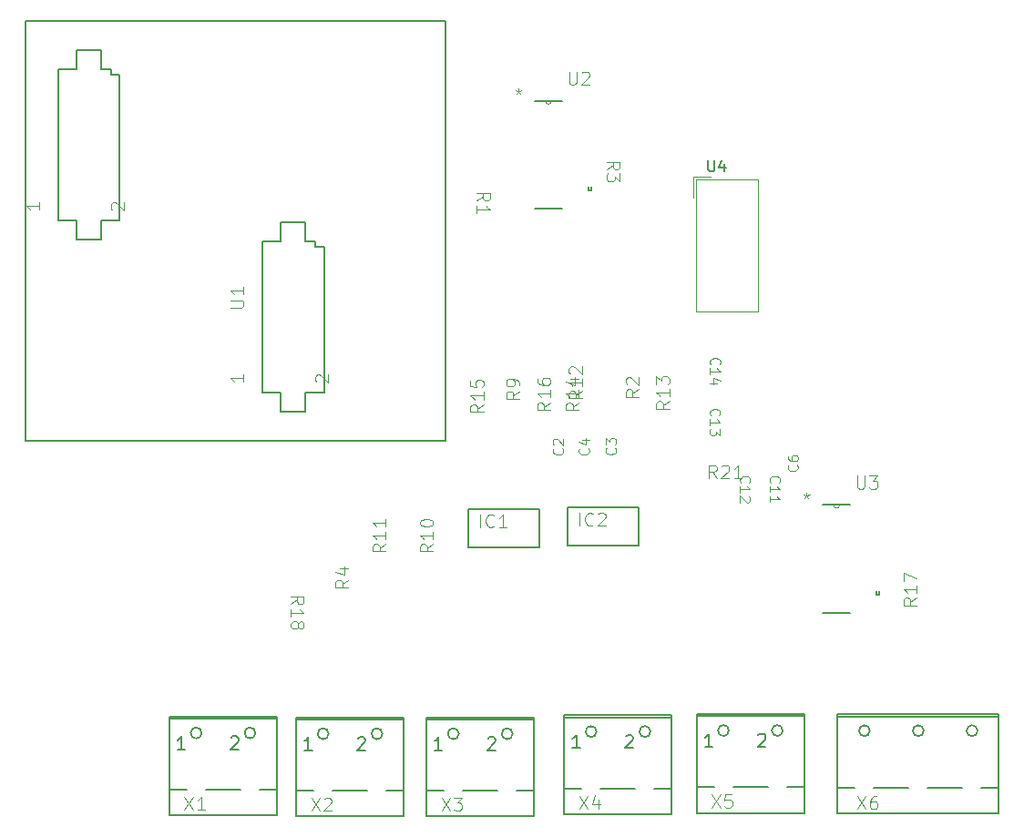
<source format=gbr>
%TF.GenerationSoftware,KiCad,Pcbnew,(5.1.10)-1*%
%TF.CreationDate,2021-08-27T14:28:01+05:30*%
%TF.ProjectId,CZTBoardV3,435a5442-6f61-4726-9456-332e6b696361,rev?*%
%TF.SameCoordinates,Original*%
%TF.FileFunction,Legend,Top*%
%TF.FilePolarity,Positive*%
%FSLAX46Y46*%
G04 Gerber Fmt 4.6, Leading zero omitted, Abs format (unit mm)*
G04 Created by KiCad (PCBNEW (5.1.10)-1) date 2021-08-27 14:28:01*
%MOMM*%
%LPD*%
G01*
G04 APERTURE LIST*
%ADD10C,0.152400*%
%ADD11C,0.120000*%
%ADD12C,0.127000*%
%ADD13C,0.203200*%
%ADD14C,0.120650*%
%ADD15C,0.150000*%
%ADD16C,0.076200*%
%ADD17C,0.096520*%
%ADD18C,0.101600*%
%ADD19C,0.077216*%
G04 APERTURE END LIST*
D10*
%TO.C,X6*%
X199601800Y-139760200D02*
G75*
G03*
X199601800Y-139760200I-508000J0D01*
G01*
X204605600Y-139760200D02*
G75*
G03*
X204605600Y-139760200I-508000J0D01*
G01*
X194598000Y-139760200D02*
G75*
G03*
X194598000Y-139760200I-508000J0D01*
G01*
X191601000Y-138439000D02*
X191601000Y-138236000D01*
X206587000Y-138439000D02*
X206587000Y-145043000D01*
X206587000Y-138439000D02*
X191601000Y-138439000D01*
X206587000Y-145043000D02*
X206587000Y-147431000D01*
X191601000Y-145043000D02*
X191601000Y-138439000D01*
X204987000Y-145043000D02*
X206587000Y-145043000D01*
X199983000Y-145043000D02*
X203209000Y-145043000D01*
X194979000Y-145043000D02*
X198205000Y-145043000D01*
X191601000Y-145043000D02*
X193201000Y-145043000D01*
X191601000Y-147431000D02*
X191601000Y-145043000D01*
X206587000Y-138236000D02*
X191601000Y-138236000D01*
X206587000Y-138236000D02*
X206587000Y-138439000D01*
X191601000Y-147431000D02*
X206587000Y-147431000D01*
%TO.C,X5*%
X186501800Y-139740200D02*
G75*
G03*
X186501800Y-139740200I-508000J0D01*
G01*
X181498000Y-139740200D02*
G75*
G03*
X181498000Y-139740200I-508000J0D01*
G01*
X188483000Y-138419000D02*
X188483000Y-145023000D01*
X178501000Y-138419000D02*
X178501000Y-138216000D01*
X178501000Y-138419000D02*
X188483000Y-138419000D01*
X188483000Y-145023000D02*
X188483000Y-147411000D01*
X178501000Y-145023000D02*
X178501000Y-138419000D01*
X186883000Y-145023000D02*
X188483000Y-145023000D01*
X181879000Y-145023000D02*
X185105000Y-145023000D01*
X178501000Y-145023000D02*
X180101000Y-145023000D01*
X178501000Y-147411000D02*
X178501000Y-145023000D01*
X188483000Y-138216000D02*
X178501000Y-138216000D01*
X188483000Y-138216000D02*
X188483000Y-138419000D01*
X178501000Y-147411000D02*
X188483000Y-147411000D01*
%TO.C,X4*%
X174201800Y-139840200D02*
G75*
G03*
X174201800Y-139840200I-508000J0D01*
G01*
X169198000Y-139840200D02*
G75*
G03*
X169198000Y-139840200I-508000J0D01*
G01*
X176183000Y-138519000D02*
X176183000Y-145123000D01*
X166201000Y-138519000D02*
X166201000Y-138316000D01*
X166201000Y-138519000D02*
X176183000Y-138519000D01*
X176183000Y-145123000D02*
X176183000Y-147511000D01*
X166201000Y-145123000D02*
X166201000Y-138519000D01*
X174583000Y-145123000D02*
X176183000Y-145123000D01*
X169579000Y-145123000D02*
X172805000Y-145123000D01*
X166201000Y-145123000D02*
X167801000Y-145123000D01*
X166201000Y-147511000D02*
X166201000Y-145123000D01*
X176183000Y-138316000D02*
X166201000Y-138316000D01*
X176183000Y-138316000D02*
X176183000Y-138519000D01*
X166201000Y-147511000D02*
X176183000Y-147511000D01*
%TO.C,X3*%
X161401800Y-140040200D02*
G75*
G03*
X161401800Y-140040200I-508000J0D01*
G01*
X156398000Y-140040200D02*
G75*
G03*
X156398000Y-140040200I-508000J0D01*
G01*
X163383000Y-138719000D02*
X163383000Y-145323000D01*
X153401000Y-138719000D02*
X153401000Y-138516000D01*
X153401000Y-138719000D02*
X163383000Y-138719000D01*
X163383000Y-145323000D02*
X163383000Y-147711000D01*
X153401000Y-145323000D02*
X153401000Y-138719000D01*
X161783000Y-145323000D02*
X163383000Y-145323000D01*
X156779000Y-145323000D02*
X160005000Y-145323000D01*
X153401000Y-145323000D02*
X155001000Y-145323000D01*
X153401000Y-147711000D02*
X153401000Y-145323000D01*
X163383000Y-138516000D02*
X153401000Y-138516000D01*
X163383000Y-138516000D02*
X163383000Y-138719000D01*
X153401000Y-147711000D02*
X163383000Y-147711000D01*
%TO.C,X2*%
X149301800Y-140040200D02*
G75*
G03*
X149301800Y-140040200I-508000J0D01*
G01*
X144298000Y-140040200D02*
G75*
G03*
X144298000Y-140040200I-508000J0D01*
G01*
X151283000Y-138719000D02*
X151283000Y-145323000D01*
X141301000Y-138719000D02*
X141301000Y-138516000D01*
X141301000Y-138719000D02*
X151283000Y-138719000D01*
X151283000Y-145323000D02*
X151283000Y-147711000D01*
X141301000Y-145323000D02*
X141301000Y-138719000D01*
X149683000Y-145323000D02*
X151283000Y-145323000D01*
X144679000Y-145323000D02*
X147905000Y-145323000D01*
X141301000Y-145323000D02*
X142901000Y-145323000D01*
X141301000Y-147711000D02*
X141301000Y-145323000D01*
X151283000Y-138516000D02*
X141301000Y-138516000D01*
X151283000Y-138516000D02*
X151283000Y-138719000D01*
X141301000Y-147711000D02*
X151283000Y-147711000D01*
%TO.C,X1*%
X137501800Y-139970200D02*
G75*
G03*
X137501800Y-139970200I-508000J0D01*
G01*
X132498000Y-139970200D02*
G75*
G03*
X132498000Y-139970200I-508000J0D01*
G01*
X139483000Y-138649000D02*
X139483000Y-145253000D01*
X129501000Y-138649000D02*
X129501000Y-138446000D01*
X129501000Y-138649000D02*
X139483000Y-138649000D01*
X139483000Y-145253000D02*
X139483000Y-147641000D01*
X129501000Y-145253000D02*
X129501000Y-138649000D01*
X137883000Y-145253000D02*
X139483000Y-145253000D01*
X132879000Y-145253000D02*
X136105000Y-145253000D01*
X129501000Y-145253000D02*
X131101000Y-145253000D01*
X129501000Y-147641000D02*
X129501000Y-145253000D01*
X139483000Y-138446000D02*
X129501000Y-138446000D01*
X139483000Y-138446000D02*
X139483000Y-138649000D01*
X129501000Y-147641000D02*
X139483000Y-147641000D01*
D11*
%TO.C,U4*%
X178190000Y-88220000D02*
X179800000Y-88220000D01*
X178190000Y-88220000D02*
X178190000Y-90220000D01*
X178470000Y-100760000D02*
X178470000Y-88510000D01*
X184230000Y-100760000D02*
X178470000Y-100760000D01*
X184230000Y-88500000D02*
X184230000Y-100760000D01*
X178480000Y-88500000D02*
X184220000Y-88500000D01*
D10*
%TO.C,U3*%
X195208400Y-127122800D02*
X195208400Y-126767200D01*
X195462400Y-127122800D02*
X195208400Y-127122800D01*
X195462400Y-126767200D02*
X195462400Y-127122800D01*
X191195200Y-118766200D02*
X190204600Y-118766200D01*
X191804800Y-118766200D02*
X191195200Y-118766200D01*
X192795400Y-118766200D02*
X191804800Y-118766200D01*
X190204600Y-128773800D02*
X192795400Y-128773800D01*
D11*
X191195200Y-118766200D02*
G75*
G03*
X191804800Y-118766200I304800J0D01*
G01*
D10*
%TO.C,U2*%
X168428400Y-89562800D02*
X168428400Y-89207200D01*
X168682400Y-89562800D02*
X168428400Y-89562800D01*
X168682400Y-89207200D02*
X168682400Y-89562800D01*
X164415200Y-81206200D02*
X163424600Y-81206200D01*
X165024800Y-81206200D02*
X164415200Y-81206200D01*
X166015400Y-81206200D02*
X165024800Y-81206200D01*
X163424600Y-91213800D02*
X166015400Y-91213800D01*
D11*
X164415200Y-81206200D02*
G75*
G03*
X165024800Y-81206200I304800J0D01*
G01*
D12*
%TO.C,U1*%
X155150000Y-73750000D02*
X116090000Y-73750000D01*
X155150000Y-112810000D02*
X155150000Y-73750000D01*
X116090000Y-112810000D02*
X155150000Y-112810000D01*
X116090000Y-73750000D02*
X116090000Y-112810000D01*
X120883400Y-76450500D02*
X123169400Y-76450500D01*
X120883400Y-78228500D02*
X120883400Y-76450500D01*
X119168900Y-78228500D02*
X120883400Y-78228500D01*
X119168900Y-92325500D02*
X119168900Y-78228500D01*
X120883400Y-92325500D02*
X119168900Y-92325500D01*
X120883400Y-94103500D02*
X120883400Y-92325500D01*
X123169400Y-94103500D02*
X120883400Y-94103500D01*
X123169400Y-92325500D02*
X123169400Y-94103500D01*
X124883900Y-92325500D02*
X123169400Y-92325500D01*
X124883900Y-78736500D02*
X124883900Y-92325500D01*
X124058400Y-78736500D02*
X124883900Y-78736500D01*
X124058400Y-78228500D02*
X124058400Y-78736500D01*
X123169400Y-78228500D02*
X124058400Y-78228500D01*
X123169400Y-76450500D02*
X123169400Y-78228500D01*
X139877000Y-92453500D02*
X142163000Y-92453500D01*
X139877000Y-94231500D02*
X139877000Y-92453500D01*
X138162500Y-94231500D02*
X139877000Y-94231500D01*
X138162500Y-108328500D02*
X138162500Y-94231500D01*
X139877000Y-108328500D02*
X138162500Y-108328500D01*
X139877000Y-110106500D02*
X139877000Y-108328500D01*
X142163000Y-110106500D02*
X139877000Y-110106500D01*
X142163000Y-108328500D02*
X142163000Y-110106500D01*
X143877500Y-108328500D02*
X142163000Y-108328500D01*
X143877500Y-94739500D02*
X143877500Y-108328500D01*
X143052000Y-94739500D02*
X143877500Y-94739500D01*
X143052000Y-94231500D02*
X143052000Y-94739500D01*
X142163000Y-94231500D02*
X143052000Y-94231500D01*
X142163000Y-92453500D02*
X142163000Y-94231500D01*
D13*
%TO.C,IC2*%
X166533000Y-119032000D02*
X173087000Y-119032000D01*
X166533000Y-122588000D02*
X166533000Y-119032000D01*
X173087000Y-122588000D02*
X166533000Y-122588000D01*
X173087000Y-119032000D02*
X173087000Y-122588000D01*
%TO.C,IC1*%
X157313000Y-119172000D02*
X163867000Y-119172000D01*
X157313000Y-122728000D02*
X157313000Y-119172000D01*
X163867000Y-122728000D02*
X157313000Y-122728000D01*
X163867000Y-119172000D02*
X163867000Y-122728000D01*
%TO.C,X6*%
D14*
X193397179Y-145848247D02*
X194201512Y-147054747D01*
X194201512Y-145848247D02*
X193397179Y-147054747D01*
X195178203Y-145848247D02*
X194948393Y-145848247D01*
X194833489Y-145905700D01*
X194776036Y-145963152D01*
X194661132Y-146135509D01*
X194603679Y-146365319D01*
X194603679Y-146824938D01*
X194661132Y-146939842D01*
X194718584Y-146997295D01*
X194833489Y-147054747D01*
X195063298Y-147054747D01*
X195178203Y-146997295D01*
X195235655Y-146939842D01*
X195293108Y-146824938D01*
X195293108Y-146537676D01*
X195235655Y-146422771D01*
X195178203Y-146365319D01*
X195063298Y-146307866D01*
X194833489Y-146307866D01*
X194718584Y-146365319D01*
X194661132Y-146422771D01*
X194603679Y-146537676D01*
%TO.C,X5*%
X179894579Y-145689847D02*
X180698912Y-146896347D01*
X180698912Y-145689847D02*
X179894579Y-146896347D01*
X181733055Y-145689847D02*
X181158532Y-145689847D01*
X181101079Y-146264371D01*
X181158532Y-146206919D01*
X181273436Y-146149466D01*
X181560698Y-146149466D01*
X181675603Y-146206919D01*
X181733055Y-146264371D01*
X181790508Y-146379276D01*
X181790508Y-146666538D01*
X181733055Y-146781442D01*
X181675603Y-146838895D01*
X181560698Y-146896347D01*
X181273436Y-146896347D01*
X181158532Y-146838895D01*
X181101079Y-146781442D01*
D12*
X184223359Y-140165952D02*
X184280811Y-140108500D01*
X184395716Y-140051047D01*
X184682978Y-140051047D01*
X184797883Y-140108500D01*
X184855335Y-140165952D01*
X184912788Y-140280857D01*
X184912788Y-140395761D01*
X184855335Y-140568119D01*
X184165907Y-141257547D01*
X184912788Y-141257547D01*
X179959788Y-141257547D02*
X179270359Y-141257547D01*
X179615073Y-141257547D02*
X179615073Y-140051047D01*
X179500169Y-140223404D01*
X179385264Y-140338309D01*
X179270359Y-140395761D01*
%TO.C,X4*%
D14*
X167594579Y-145789847D02*
X168398912Y-146996347D01*
X168398912Y-145789847D02*
X167594579Y-146996347D01*
X169375603Y-146192014D02*
X169375603Y-146996347D01*
X169088341Y-145732395D02*
X168801079Y-146594180D01*
X169547960Y-146594180D01*
D12*
X171923359Y-140265952D02*
X171980811Y-140208500D01*
X172095716Y-140151047D01*
X172382978Y-140151047D01*
X172497883Y-140208500D01*
X172555335Y-140265952D01*
X172612788Y-140380857D01*
X172612788Y-140495761D01*
X172555335Y-140668119D01*
X171865907Y-141357547D01*
X172612788Y-141357547D01*
X167659788Y-141357547D02*
X166970359Y-141357547D01*
X167315073Y-141357547D02*
X167315073Y-140151047D01*
X167200169Y-140323404D01*
X167085264Y-140438309D01*
X166970359Y-140495761D01*
%TO.C,X3*%
D14*
X154794579Y-145989847D02*
X155598912Y-147196347D01*
X155598912Y-145989847D02*
X154794579Y-147196347D01*
X155943627Y-145989847D02*
X156690508Y-145989847D01*
X156288341Y-146449466D01*
X156460698Y-146449466D01*
X156575603Y-146506919D01*
X156633055Y-146564371D01*
X156690508Y-146679276D01*
X156690508Y-146966538D01*
X156633055Y-147081442D01*
X156575603Y-147138895D01*
X156460698Y-147196347D01*
X156115984Y-147196347D01*
X156001079Y-147138895D01*
X155943627Y-147081442D01*
D12*
X159123359Y-140465952D02*
X159180811Y-140408500D01*
X159295716Y-140351047D01*
X159582978Y-140351047D01*
X159697883Y-140408500D01*
X159755335Y-140465952D01*
X159812788Y-140580857D01*
X159812788Y-140695761D01*
X159755335Y-140868119D01*
X159065907Y-141557547D01*
X159812788Y-141557547D01*
X154859788Y-141557547D02*
X154170359Y-141557547D01*
X154515073Y-141557547D02*
X154515073Y-140351047D01*
X154400169Y-140523404D01*
X154285264Y-140638309D01*
X154170359Y-140695761D01*
%TO.C,X2*%
D14*
X142694579Y-145989847D02*
X143498912Y-147196347D01*
X143498912Y-145989847D02*
X142694579Y-147196347D01*
X143901079Y-146104752D02*
X143958532Y-146047300D01*
X144073436Y-145989847D01*
X144360698Y-145989847D01*
X144475603Y-146047300D01*
X144533055Y-146104752D01*
X144590508Y-146219657D01*
X144590508Y-146334561D01*
X144533055Y-146506919D01*
X143843627Y-147196347D01*
X144590508Y-147196347D01*
D12*
X147023359Y-140465952D02*
X147080811Y-140408500D01*
X147195716Y-140351047D01*
X147482978Y-140351047D01*
X147597883Y-140408500D01*
X147655335Y-140465952D01*
X147712788Y-140580857D01*
X147712788Y-140695761D01*
X147655335Y-140868119D01*
X146965907Y-141557547D01*
X147712788Y-141557547D01*
X142759788Y-141557547D02*
X142070359Y-141557547D01*
X142415073Y-141557547D02*
X142415073Y-140351047D01*
X142300169Y-140523404D01*
X142185264Y-140638309D01*
X142070359Y-140695761D01*
%TO.C,X1*%
D14*
X130894579Y-145919847D02*
X131698912Y-147126347D01*
X131698912Y-145919847D02*
X130894579Y-147126347D01*
X132790508Y-147126347D02*
X132101079Y-147126347D01*
X132445793Y-147126347D02*
X132445793Y-145919847D01*
X132330889Y-146092204D01*
X132215984Y-146207109D01*
X132101079Y-146264561D01*
D12*
X135223359Y-140395952D02*
X135280811Y-140338500D01*
X135395716Y-140281047D01*
X135682978Y-140281047D01*
X135797883Y-140338500D01*
X135855335Y-140395952D01*
X135912788Y-140510857D01*
X135912788Y-140625761D01*
X135855335Y-140798119D01*
X135165907Y-141487547D01*
X135912788Y-141487547D01*
X130959788Y-141487547D02*
X130270359Y-141487547D01*
X130615073Y-141487547D02*
X130615073Y-140281047D01*
X130500169Y-140453404D01*
X130385264Y-140568309D01*
X130270359Y-140625761D01*
%TO.C,U4*%
D15*
X179588095Y-86772380D02*
X179588095Y-87581904D01*
X179635714Y-87677142D01*
X179683333Y-87724761D01*
X179778571Y-87772380D01*
X179969047Y-87772380D01*
X180064285Y-87724761D01*
X180111904Y-87677142D01*
X180159523Y-87581904D01*
X180159523Y-86772380D01*
X181064285Y-87105714D02*
X181064285Y-87772380D01*
X180826190Y-86724761D02*
X180588095Y-87439047D01*
X181207142Y-87439047D01*
%TO.C,U3*%
D14*
X193415084Y-116054447D02*
X193415084Y-117031138D01*
X193472536Y-117146042D01*
X193529989Y-117203495D01*
X193644893Y-117260947D01*
X193874703Y-117260947D01*
X193989608Y-117203495D01*
X194047060Y-117146042D01*
X194104512Y-117031138D01*
X194104512Y-116054447D01*
X194564132Y-116054447D02*
X195311012Y-116054447D01*
X194908846Y-116514066D01*
X195081203Y-116514066D01*
X195196108Y-116571519D01*
X195253560Y-116628971D01*
X195311012Y-116743876D01*
X195311012Y-117031138D01*
X195253560Y-117146042D01*
X195196108Y-117203495D01*
X195081203Y-117260947D01*
X194736489Y-117260947D01*
X194621584Y-117203495D01*
X194564132Y-117146042D01*
D16*
X188707149Y-117629247D02*
X188707149Y-117916509D01*
X188419887Y-117801604D02*
X188707149Y-117916509D01*
X188994410Y-117801604D01*
X188534791Y-118146319D02*
X188707149Y-117916509D01*
X188879506Y-118146319D01*
%TO.C,U2*%
D14*
X166635084Y-78494447D02*
X166635084Y-79471138D01*
X166692536Y-79586042D01*
X166749989Y-79643495D01*
X166864893Y-79700947D01*
X167094703Y-79700947D01*
X167209608Y-79643495D01*
X167267060Y-79586042D01*
X167324512Y-79471138D01*
X167324512Y-78494447D01*
X167841584Y-78609352D02*
X167899036Y-78551900D01*
X168013941Y-78494447D01*
X168301203Y-78494447D01*
X168416108Y-78551900D01*
X168473560Y-78609352D01*
X168531012Y-78724257D01*
X168531012Y-78839161D01*
X168473560Y-79011519D01*
X167784132Y-79700947D01*
X168531012Y-79700947D01*
D16*
X161927149Y-80069247D02*
X161927149Y-80356509D01*
X161639887Y-80241604D02*
X161927149Y-80356509D01*
X162214410Y-80241604D01*
X161754791Y-80586319D02*
X161927149Y-80356509D01*
X162099506Y-80586319D01*
%TO.C,U1*%
D17*
X135184047Y-100420476D02*
X136160738Y-100420476D01*
X136275642Y-100363023D01*
X136333095Y-100305571D01*
X136390547Y-100190666D01*
X136390547Y-99960857D01*
X136333095Y-99845952D01*
X136275642Y-99788499D01*
X136160738Y-99731047D01*
X135184047Y-99731047D01*
X136390547Y-98524547D02*
X136390547Y-99213976D01*
X136390547Y-98869261D02*
X135184047Y-98869261D01*
X135356404Y-98984166D01*
X135471309Y-99099071D01*
X135528761Y-99213976D01*
D18*
X124179352Y-91342278D02*
X124121900Y-91284825D01*
X124064447Y-91169920D01*
X124064447Y-90882659D01*
X124121900Y-90767754D01*
X124179352Y-90710301D01*
X124294257Y-90652849D01*
X124409161Y-90652849D01*
X124581519Y-90710301D01*
X125270947Y-91399730D01*
X125270947Y-90652849D01*
X117396947Y-90652849D02*
X117396947Y-91342278D01*
X117396947Y-90997563D02*
X116190447Y-90997563D01*
X116362804Y-91112468D01*
X116477709Y-91227373D01*
X116535161Y-91342278D01*
X143172952Y-107345278D02*
X143115500Y-107287825D01*
X143058047Y-107172920D01*
X143058047Y-106885659D01*
X143115500Y-106770754D01*
X143172952Y-106713301D01*
X143287857Y-106655849D01*
X143402761Y-106655849D01*
X143575119Y-106713301D01*
X144264547Y-107402730D01*
X144264547Y-106655849D01*
X136390547Y-106655849D02*
X136390547Y-107345278D01*
X136390547Y-107000563D02*
X135184047Y-107000563D01*
X135356404Y-107115468D01*
X135471309Y-107230373D01*
X135528761Y-107345278D01*
%TO.C,R21*%
D17*
X180359428Y-116264547D02*
X179957261Y-115690023D01*
X179669999Y-116264547D02*
X179669999Y-115058047D01*
X180129618Y-115058047D01*
X180244523Y-115115500D01*
X180301976Y-115172952D01*
X180359428Y-115287857D01*
X180359428Y-115460214D01*
X180301976Y-115575119D01*
X180244523Y-115632571D01*
X180129618Y-115690023D01*
X179669999Y-115690023D01*
X180819047Y-115172952D02*
X180876499Y-115115500D01*
X180991404Y-115058047D01*
X181278666Y-115058047D01*
X181393571Y-115115500D01*
X181451023Y-115172952D01*
X181508476Y-115287857D01*
X181508476Y-115402761D01*
X181451023Y-115575119D01*
X180761595Y-116264547D01*
X181508476Y-116264547D01*
X182657523Y-116264547D02*
X181968095Y-116264547D01*
X182312809Y-116264547D02*
X182312809Y-115058047D01*
X182197904Y-115230404D01*
X182082999Y-115345309D01*
X181968095Y-115402761D01*
%TO.C,R18*%
X140787452Y-127981428D02*
X141361976Y-127579261D01*
X140787452Y-127291999D02*
X141993952Y-127291999D01*
X141993952Y-127751618D01*
X141936500Y-127866523D01*
X141879047Y-127923976D01*
X141764142Y-127981428D01*
X141591785Y-127981428D01*
X141476880Y-127923976D01*
X141419428Y-127866523D01*
X141361976Y-127751618D01*
X141361976Y-127291999D01*
X140787452Y-129130476D02*
X140787452Y-128441047D01*
X140787452Y-128785761D02*
X141993952Y-128785761D01*
X141821595Y-128670857D01*
X141706690Y-128555952D01*
X141649238Y-128441047D01*
X141476880Y-129819904D02*
X141534333Y-129704999D01*
X141591785Y-129647547D01*
X141706690Y-129590095D01*
X141764142Y-129590095D01*
X141879047Y-129647547D01*
X141936500Y-129704999D01*
X141993952Y-129819904D01*
X141993952Y-130049714D01*
X141936500Y-130164618D01*
X141879047Y-130222071D01*
X141764142Y-130279523D01*
X141706690Y-130279523D01*
X141591785Y-130222071D01*
X141534333Y-130164618D01*
X141476880Y-130049714D01*
X141476880Y-129819904D01*
X141419428Y-129704999D01*
X141361976Y-129647547D01*
X141247071Y-129590095D01*
X141017261Y-129590095D01*
X140902357Y-129647547D01*
X140844904Y-129704999D01*
X140787452Y-129819904D01*
X140787452Y-130049714D01*
X140844904Y-130164618D01*
X140902357Y-130222071D01*
X141017261Y-130279523D01*
X141247071Y-130279523D01*
X141361976Y-130222071D01*
X141419428Y-130164618D01*
X141476880Y-130049714D01*
%TO.C,R17*%
X198932547Y-127410642D02*
X198358023Y-127812809D01*
X198932547Y-128100071D02*
X197726047Y-128100071D01*
X197726047Y-127640452D01*
X197783500Y-127525547D01*
X197840952Y-127468095D01*
X197955857Y-127410642D01*
X198128214Y-127410642D01*
X198243119Y-127468095D01*
X198300571Y-127525547D01*
X198358023Y-127640452D01*
X198358023Y-128100071D01*
X198932547Y-126261595D02*
X198932547Y-126951023D01*
X198932547Y-126606309D02*
X197726047Y-126606309D01*
X197898404Y-126721214D01*
X198013309Y-126836118D01*
X198070761Y-126951023D01*
X197726047Y-125859428D02*
X197726047Y-125055095D01*
X198932547Y-125572166D01*
%TO.C,R16*%
X164892547Y-109242642D02*
X164318023Y-109644809D01*
X164892547Y-109932071D02*
X163686047Y-109932071D01*
X163686047Y-109472452D01*
X163743500Y-109357547D01*
X163800952Y-109300095D01*
X163915857Y-109242642D01*
X164088214Y-109242642D01*
X164203119Y-109300095D01*
X164260571Y-109357547D01*
X164318023Y-109472452D01*
X164318023Y-109932071D01*
X164892547Y-108093595D02*
X164892547Y-108783023D01*
X164892547Y-108438309D02*
X163686047Y-108438309D01*
X163858404Y-108553214D01*
X163973309Y-108668118D01*
X164030761Y-108783023D01*
X163686047Y-107059452D02*
X163686047Y-107289261D01*
X163743500Y-107404166D01*
X163800952Y-107461618D01*
X163973309Y-107576523D01*
X164203119Y-107633976D01*
X164662738Y-107633976D01*
X164777642Y-107576523D01*
X164835095Y-107519071D01*
X164892547Y-107404166D01*
X164892547Y-107174357D01*
X164835095Y-107059452D01*
X164777642Y-107001999D01*
X164662738Y-106944547D01*
X164375476Y-106944547D01*
X164260571Y-107001999D01*
X164203119Y-107059452D01*
X164145666Y-107174357D01*
X164145666Y-107404166D01*
X164203119Y-107519071D01*
X164260571Y-107576523D01*
X164375476Y-107633976D01*
%TO.C,R15*%
X158692547Y-109422642D02*
X158118023Y-109824809D01*
X158692547Y-110112071D02*
X157486047Y-110112071D01*
X157486047Y-109652452D01*
X157543500Y-109537547D01*
X157600952Y-109480095D01*
X157715857Y-109422642D01*
X157888214Y-109422642D01*
X158003119Y-109480095D01*
X158060571Y-109537547D01*
X158118023Y-109652452D01*
X158118023Y-110112071D01*
X158692547Y-108273595D02*
X158692547Y-108963023D01*
X158692547Y-108618309D02*
X157486047Y-108618309D01*
X157658404Y-108733214D01*
X157773309Y-108848118D01*
X157830761Y-108963023D01*
X157486047Y-107181999D02*
X157486047Y-107756523D01*
X158060571Y-107813976D01*
X158003119Y-107756523D01*
X157945666Y-107641618D01*
X157945666Y-107354357D01*
X158003119Y-107239452D01*
X158060571Y-107181999D01*
X158175476Y-107124547D01*
X158462738Y-107124547D01*
X158577642Y-107181999D01*
X158635095Y-107239452D01*
X158692547Y-107354357D01*
X158692547Y-107641618D01*
X158635095Y-107756523D01*
X158577642Y-107813976D01*
%TO.C,R14*%
X167562547Y-109242642D02*
X166988023Y-109644809D01*
X167562547Y-109932071D02*
X166356047Y-109932071D01*
X166356047Y-109472452D01*
X166413500Y-109357547D01*
X166470952Y-109300095D01*
X166585857Y-109242642D01*
X166758214Y-109242642D01*
X166873119Y-109300095D01*
X166930571Y-109357547D01*
X166988023Y-109472452D01*
X166988023Y-109932071D01*
X167562547Y-108093595D02*
X167562547Y-108783023D01*
X167562547Y-108438309D02*
X166356047Y-108438309D01*
X166528404Y-108553214D01*
X166643309Y-108668118D01*
X166700761Y-108783023D01*
X166758214Y-107059452D02*
X167562547Y-107059452D01*
X166298595Y-107346714D02*
X167160380Y-107633976D01*
X167160380Y-106887095D01*
%TO.C,R13*%
X175952547Y-109122642D02*
X175378023Y-109524809D01*
X175952547Y-109812071D02*
X174746047Y-109812071D01*
X174746047Y-109352452D01*
X174803500Y-109237547D01*
X174860952Y-109180095D01*
X174975857Y-109122642D01*
X175148214Y-109122642D01*
X175263119Y-109180095D01*
X175320571Y-109237547D01*
X175378023Y-109352452D01*
X175378023Y-109812071D01*
X175952547Y-107973595D02*
X175952547Y-108663023D01*
X175952547Y-108318309D02*
X174746047Y-108318309D01*
X174918404Y-108433214D01*
X175033309Y-108548118D01*
X175090761Y-108663023D01*
X174746047Y-107571428D02*
X174746047Y-106824547D01*
X175205666Y-107226714D01*
X175205666Y-107054357D01*
X175263119Y-106939452D01*
X175320571Y-106881999D01*
X175435476Y-106824547D01*
X175722738Y-106824547D01*
X175837642Y-106881999D01*
X175895095Y-106939452D01*
X175952547Y-107054357D01*
X175952547Y-107399071D01*
X175895095Y-107513976D01*
X175837642Y-107571428D01*
%TO.C,R12*%
X167832547Y-108182571D02*
X167258023Y-108584738D01*
X167832547Y-108872000D02*
X166626047Y-108872000D01*
X166626047Y-108412381D01*
X166683500Y-108297476D01*
X166740952Y-108240023D01*
X166855857Y-108182571D01*
X167028214Y-108182571D01*
X167143119Y-108240023D01*
X167200571Y-108297476D01*
X167258023Y-108412381D01*
X167258023Y-108872000D01*
X167832547Y-107033523D02*
X167832547Y-107722952D01*
X167832547Y-107378238D02*
X166626047Y-107378238D01*
X166798404Y-107493142D01*
X166913309Y-107608047D01*
X166970761Y-107722952D01*
X166740952Y-106573904D02*
X166683500Y-106516452D01*
X166626047Y-106401547D01*
X166626047Y-106114285D01*
X166683500Y-105999381D01*
X166740952Y-105941928D01*
X166855857Y-105884476D01*
X166970761Y-105884476D01*
X167143119Y-105941928D01*
X167832547Y-106631357D01*
X167832547Y-105884476D01*
%TO.C,R11*%
X149602547Y-122392642D02*
X149028023Y-122794809D01*
X149602547Y-123082071D02*
X148396047Y-123082071D01*
X148396047Y-122622452D01*
X148453500Y-122507547D01*
X148510952Y-122450095D01*
X148625857Y-122392642D01*
X148798214Y-122392642D01*
X148913119Y-122450095D01*
X148970571Y-122507547D01*
X149028023Y-122622452D01*
X149028023Y-123082071D01*
X149602547Y-121243595D02*
X149602547Y-121933023D01*
X149602547Y-121588309D02*
X148396047Y-121588309D01*
X148568404Y-121703214D01*
X148683309Y-121818118D01*
X148740761Y-121933023D01*
X149602547Y-120094547D02*
X149602547Y-120783976D01*
X149602547Y-120439261D02*
X148396047Y-120439261D01*
X148568404Y-120554166D01*
X148683309Y-120669071D01*
X148740761Y-120783976D01*
%TO.C,R10*%
X154002547Y-122392642D02*
X153428023Y-122794809D01*
X154002547Y-123082071D02*
X152796047Y-123082071D01*
X152796047Y-122622452D01*
X152853500Y-122507547D01*
X152910952Y-122450095D01*
X153025857Y-122392642D01*
X153198214Y-122392642D01*
X153313119Y-122450095D01*
X153370571Y-122507547D01*
X153428023Y-122622452D01*
X153428023Y-123082071D01*
X154002547Y-121243595D02*
X154002547Y-121933023D01*
X154002547Y-121588309D02*
X152796047Y-121588309D01*
X152968404Y-121703214D01*
X153083309Y-121818118D01*
X153140761Y-121933023D01*
X152796047Y-120496714D02*
X152796047Y-120381809D01*
X152853500Y-120266904D01*
X152910952Y-120209452D01*
X153025857Y-120151999D01*
X153255666Y-120094547D01*
X153542928Y-120094547D01*
X153772738Y-120151999D01*
X153887642Y-120209452D01*
X153945095Y-120266904D01*
X154002547Y-120381809D01*
X154002547Y-120496714D01*
X153945095Y-120611618D01*
X153887642Y-120669071D01*
X153772738Y-120726523D01*
X153542928Y-120783976D01*
X153255666Y-120783976D01*
X153025857Y-120726523D01*
X152910952Y-120669071D01*
X152853500Y-120611618D01*
X152796047Y-120496714D01*
%TO.C,R9*%
X162022547Y-108213595D02*
X161448023Y-108615761D01*
X162022547Y-108903023D02*
X160816047Y-108903023D01*
X160816047Y-108443404D01*
X160873500Y-108328499D01*
X160930952Y-108271047D01*
X161045857Y-108213595D01*
X161218214Y-108213595D01*
X161333119Y-108271047D01*
X161390571Y-108328499D01*
X161448023Y-108443404D01*
X161448023Y-108903023D01*
X162022547Y-107639071D02*
X162022547Y-107409261D01*
X161965095Y-107294357D01*
X161907642Y-107236904D01*
X161735285Y-107121999D01*
X161505476Y-107064547D01*
X161045857Y-107064547D01*
X160930952Y-107121999D01*
X160873500Y-107179452D01*
X160816047Y-107294357D01*
X160816047Y-107524166D01*
X160873500Y-107639071D01*
X160930952Y-107696523D01*
X161045857Y-107753976D01*
X161333119Y-107753976D01*
X161448023Y-107696523D01*
X161505476Y-107639071D01*
X161562928Y-107524166D01*
X161562928Y-107294357D01*
X161505476Y-107179452D01*
X161448023Y-107121999D01*
X161333119Y-107064547D01*
%TO.C,R4*%
X146142547Y-125731595D02*
X145568023Y-126133761D01*
X146142547Y-126421023D02*
X144936047Y-126421023D01*
X144936047Y-125961404D01*
X144993500Y-125846499D01*
X145050952Y-125789047D01*
X145165857Y-125731595D01*
X145338214Y-125731595D01*
X145453119Y-125789047D01*
X145510571Y-125846499D01*
X145568023Y-125961404D01*
X145568023Y-126421023D01*
X145338214Y-124697452D02*
X146142547Y-124697452D01*
X144878595Y-124984714D02*
X145740380Y-125271976D01*
X145740380Y-124525095D01*
%TO.C,R3*%
X170147452Y-87551428D02*
X170721976Y-87149261D01*
X170147452Y-86861999D02*
X171353952Y-86861999D01*
X171353952Y-87321618D01*
X171296500Y-87436523D01*
X171239047Y-87493976D01*
X171124142Y-87551428D01*
X170951785Y-87551428D01*
X170836880Y-87493976D01*
X170779428Y-87436523D01*
X170721976Y-87321618D01*
X170721976Y-86861999D01*
X171353952Y-87953595D02*
X171353952Y-88700476D01*
X170894333Y-88298309D01*
X170894333Y-88470666D01*
X170836880Y-88585571D01*
X170779428Y-88643023D01*
X170664523Y-88700476D01*
X170377261Y-88700476D01*
X170262357Y-88643023D01*
X170204904Y-88585571D01*
X170147452Y-88470666D01*
X170147452Y-88125952D01*
X170204904Y-88011047D01*
X170262357Y-87953595D01*
%TO.C,R2*%
X173132547Y-108021595D02*
X172558023Y-108423761D01*
X173132547Y-108711023D02*
X171926047Y-108711023D01*
X171926047Y-108251404D01*
X171983500Y-108136499D01*
X172040952Y-108079047D01*
X172155857Y-108021595D01*
X172328214Y-108021595D01*
X172443119Y-108079047D01*
X172500571Y-108136499D01*
X172558023Y-108251404D01*
X172558023Y-108711023D01*
X172040952Y-107561976D02*
X171983500Y-107504523D01*
X171926047Y-107389618D01*
X171926047Y-107102357D01*
X171983500Y-106987452D01*
X172040952Y-106929999D01*
X172155857Y-106872547D01*
X172270761Y-106872547D01*
X172443119Y-106929999D01*
X173132547Y-107619428D01*
X173132547Y-106872547D01*
%TO.C,R1*%
X158077452Y-90499428D02*
X158651976Y-90097261D01*
X158077452Y-89809999D02*
X159283952Y-89809999D01*
X159283952Y-90269618D01*
X159226500Y-90384523D01*
X159169047Y-90441976D01*
X159054142Y-90499428D01*
X158881785Y-90499428D01*
X158766880Y-90441976D01*
X158709428Y-90384523D01*
X158651976Y-90269618D01*
X158651976Y-89809999D01*
X158077452Y-91648476D02*
X158077452Y-90959047D01*
X158077452Y-91303761D02*
X159283952Y-91303761D01*
X159111595Y-91188857D01*
X158996690Y-91073952D01*
X158939238Y-90959047D01*
%TO.C,IC2*%
X167619999Y-120701747D02*
X167619999Y-119495247D01*
X168883952Y-120586842D02*
X168826499Y-120644295D01*
X168654142Y-120701747D01*
X168539238Y-120701747D01*
X168366880Y-120644295D01*
X168251976Y-120529390D01*
X168194523Y-120414485D01*
X168137071Y-120184676D01*
X168137071Y-120012319D01*
X168194523Y-119782509D01*
X168251976Y-119667604D01*
X168366880Y-119552700D01*
X168539238Y-119495247D01*
X168654142Y-119495247D01*
X168826499Y-119552700D01*
X168883952Y-119610152D01*
X169343571Y-119610152D02*
X169401023Y-119552700D01*
X169515928Y-119495247D01*
X169803190Y-119495247D01*
X169918095Y-119552700D01*
X169975547Y-119610152D01*
X170032999Y-119725057D01*
X170032999Y-119839961D01*
X169975547Y-120012319D01*
X169286118Y-120701747D01*
X170032999Y-120701747D01*
%TO.C,IC1*%
X158399999Y-120841747D02*
X158399999Y-119635247D01*
X159663952Y-120726842D02*
X159606499Y-120784295D01*
X159434142Y-120841747D01*
X159319238Y-120841747D01*
X159146880Y-120784295D01*
X159031976Y-120669390D01*
X158974523Y-120554485D01*
X158917071Y-120324676D01*
X158917071Y-120152319D01*
X158974523Y-119922509D01*
X159031976Y-119807604D01*
X159146880Y-119692700D01*
X159319238Y-119635247D01*
X159434142Y-119635247D01*
X159606499Y-119692700D01*
X159663952Y-119750152D01*
X160812999Y-120841747D02*
X160123571Y-120841747D01*
X160468285Y-120841747D02*
X160468285Y-119635247D01*
X160353380Y-119807604D01*
X160238476Y-119922509D01*
X160123571Y-119979961D01*
%TO.C,C14*%
D19*
X179832885Y-105711542D02*
X179786923Y-105665580D01*
X179740961Y-105527695D01*
X179740961Y-105435771D01*
X179786923Y-105297885D01*
X179878847Y-105205961D01*
X179970771Y-105159999D01*
X180154619Y-105114038D01*
X180292504Y-105114038D01*
X180476352Y-105159999D01*
X180568276Y-105205961D01*
X180660200Y-105297885D01*
X180706161Y-105435771D01*
X180706161Y-105527695D01*
X180660200Y-105665580D01*
X180614238Y-105711542D01*
X179740961Y-106630780D02*
X179740961Y-106079238D01*
X179740961Y-106355009D02*
X180706161Y-106355009D01*
X180568276Y-106263085D01*
X180476352Y-106171161D01*
X180430390Y-106079238D01*
X180384428Y-107458095D02*
X179740961Y-107458095D01*
X180752123Y-107228285D02*
X180062695Y-106998476D01*
X180062695Y-107595980D01*
%TO.C,C13*%
X179812885Y-110441542D02*
X179766923Y-110395580D01*
X179720961Y-110257695D01*
X179720961Y-110165771D01*
X179766923Y-110027885D01*
X179858847Y-109935961D01*
X179950771Y-109889999D01*
X180134619Y-109844038D01*
X180272504Y-109844038D01*
X180456352Y-109889999D01*
X180548276Y-109935961D01*
X180640200Y-110027885D01*
X180686161Y-110165771D01*
X180686161Y-110257695D01*
X180640200Y-110395580D01*
X180594238Y-110441542D01*
X179720961Y-111360780D02*
X179720961Y-110809238D01*
X179720961Y-111085009D02*
X180686161Y-111085009D01*
X180548276Y-110993085D01*
X180456352Y-110901161D01*
X180410390Y-110809238D01*
X180686161Y-111682514D02*
X180686161Y-112280018D01*
X180318466Y-111958285D01*
X180318466Y-112096171D01*
X180272504Y-112188095D01*
X180226542Y-112234057D01*
X180134619Y-112280018D01*
X179904809Y-112280018D01*
X179812885Y-112234057D01*
X179766923Y-112188095D01*
X179720961Y-112096171D01*
X179720961Y-111820399D01*
X179766923Y-111728476D01*
X179812885Y-111682514D01*
%TO.C,C12*%
X182602885Y-116691542D02*
X182556923Y-116645580D01*
X182510961Y-116507695D01*
X182510961Y-116415771D01*
X182556923Y-116277885D01*
X182648847Y-116185961D01*
X182740771Y-116139999D01*
X182924619Y-116094038D01*
X183062504Y-116094038D01*
X183246352Y-116139999D01*
X183338276Y-116185961D01*
X183430200Y-116277885D01*
X183476161Y-116415771D01*
X183476161Y-116507695D01*
X183430200Y-116645580D01*
X183384238Y-116691542D01*
X182510961Y-117610780D02*
X182510961Y-117059238D01*
X182510961Y-117335009D02*
X183476161Y-117335009D01*
X183338276Y-117243085D01*
X183246352Y-117151161D01*
X183200390Y-117059238D01*
X183384238Y-117978476D02*
X183430200Y-118024438D01*
X183476161Y-118116361D01*
X183476161Y-118346171D01*
X183430200Y-118438095D01*
X183384238Y-118484057D01*
X183292314Y-118530018D01*
X183200390Y-118530018D01*
X183062504Y-118484057D01*
X182510961Y-117932514D01*
X182510961Y-118530018D01*
%TO.C,C11*%
X185372885Y-116671542D02*
X185326923Y-116625580D01*
X185280961Y-116487695D01*
X185280961Y-116395771D01*
X185326923Y-116257885D01*
X185418847Y-116165961D01*
X185510771Y-116119999D01*
X185694619Y-116074038D01*
X185832504Y-116074038D01*
X186016352Y-116119999D01*
X186108276Y-116165961D01*
X186200200Y-116257885D01*
X186246161Y-116395771D01*
X186246161Y-116487695D01*
X186200200Y-116625580D01*
X186154238Y-116671542D01*
X185280961Y-117590780D02*
X185280961Y-117039238D01*
X185280961Y-117315009D02*
X186246161Y-117315009D01*
X186108276Y-117223085D01*
X186016352Y-117131161D01*
X185970390Y-117039238D01*
X185280961Y-118510018D02*
X185280961Y-117958476D01*
X185280961Y-118234247D02*
X186246161Y-118234247D01*
X186108276Y-118142323D01*
X186016352Y-118050399D01*
X185970390Y-117958476D01*
%TO.C,C6*%
X187837114Y-115048457D02*
X187883076Y-115094419D01*
X187929038Y-115232304D01*
X187929038Y-115324228D01*
X187883076Y-115462114D01*
X187791152Y-115554038D01*
X187699228Y-115600000D01*
X187515380Y-115645961D01*
X187377495Y-115645961D01*
X187193647Y-115600000D01*
X187101723Y-115554038D01*
X187009800Y-115462114D01*
X186963838Y-115324228D01*
X186963838Y-115232304D01*
X187009800Y-115094419D01*
X187055761Y-115048457D01*
X186963838Y-114221142D02*
X186963838Y-114404990D01*
X187009800Y-114496914D01*
X187055761Y-114542876D01*
X187193647Y-114634800D01*
X187377495Y-114680761D01*
X187745190Y-114680761D01*
X187837114Y-114634800D01*
X187883076Y-114588838D01*
X187929038Y-114496914D01*
X187929038Y-114313066D01*
X187883076Y-114221142D01*
X187837114Y-114175181D01*
X187745190Y-114129219D01*
X187515380Y-114129219D01*
X187423457Y-114175181D01*
X187377495Y-114221142D01*
X187331533Y-114313066D01*
X187331533Y-114496914D01*
X187377495Y-114588838D01*
X187423457Y-114634800D01*
X187515380Y-114680761D01*
%TO.C,C4*%
X168437114Y-113513276D02*
X168483076Y-113559238D01*
X168529038Y-113697123D01*
X168529038Y-113789047D01*
X168483076Y-113926933D01*
X168391152Y-114018857D01*
X168299228Y-114064818D01*
X168115380Y-114110780D01*
X167977495Y-114110780D01*
X167793647Y-114064818D01*
X167701723Y-114018857D01*
X167609800Y-113926933D01*
X167563838Y-113789047D01*
X167563838Y-113697123D01*
X167609800Y-113559238D01*
X167655761Y-113513276D01*
X167885571Y-112685961D02*
X168529038Y-112685961D01*
X167517876Y-112915771D02*
X168207304Y-113145580D01*
X168207304Y-112548076D01*
%TO.C,C3*%
X170917114Y-113473276D02*
X170963076Y-113519238D01*
X171009038Y-113657123D01*
X171009038Y-113749047D01*
X170963076Y-113886933D01*
X170871152Y-113978857D01*
X170779228Y-114024818D01*
X170595380Y-114070780D01*
X170457495Y-114070780D01*
X170273647Y-114024818D01*
X170181723Y-113978857D01*
X170089800Y-113886933D01*
X170043838Y-113749047D01*
X170043838Y-113657123D01*
X170089800Y-113519238D01*
X170135761Y-113473276D01*
X170043838Y-113151542D02*
X170043838Y-112554038D01*
X170411533Y-112875771D01*
X170411533Y-112737885D01*
X170457495Y-112645961D01*
X170503457Y-112599999D01*
X170595380Y-112554038D01*
X170825190Y-112554038D01*
X170917114Y-112599999D01*
X170963076Y-112645961D01*
X171009038Y-112737885D01*
X171009038Y-113013657D01*
X170963076Y-113105580D01*
X170917114Y-113151542D01*
%TO.C,C2*%
X166017114Y-113523276D02*
X166063076Y-113569238D01*
X166109038Y-113707123D01*
X166109038Y-113799047D01*
X166063076Y-113936933D01*
X165971152Y-114028857D01*
X165879228Y-114074818D01*
X165695380Y-114120780D01*
X165557495Y-114120780D01*
X165373647Y-114074818D01*
X165281723Y-114028857D01*
X165189800Y-113936933D01*
X165143838Y-113799047D01*
X165143838Y-113707123D01*
X165189800Y-113569238D01*
X165235761Y-113523276D01*
X165235761Y-113155580D02*
X165189800Y-113109618D01*
X165143838Y-113017695D01*
X165143838Y-112787885D01*
X165189800Y-112695961D01*
X165235761Y-112649999D01*
X165327685Y-112604038D01*
X165419609Y-112604038D01*
X165557495Y-112649999D01*
X166109038Y-113201542D01*
X166109038Y-112604038D01*
%TD*%
M02*

</source>
